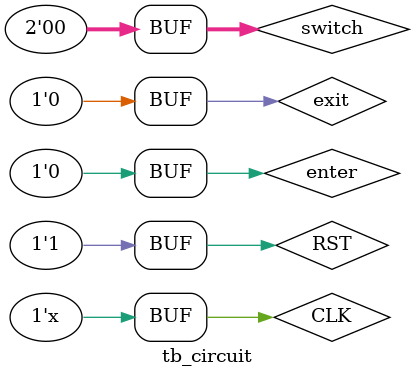
<source format=v>
module tb_circuit();

    // Testbench signals
    reg enter, CLK, exit, RST;
    reg [1:0] switch;
    wire full, door_open;
    wire [2:0] capacity;
    wire [1:0] L;
    wire [3:0] F, E;
    wire [63:0] spot0_time, spot1_time, spot2_time, spot3_time;

    // Instantiate the circuit
    circuit uut (
        .enter(enter),
        .exit(exit),        // Fixed to 0 (ignored)
        .switch(switch),  // Fixed to 00 (ignored)
        .CLK(CLK),
        .RST(RST),
        .full(full),
        .door_open(door_open),
        .capacity(capacity),
        .L(L),
        .F(F),
        .E(E),
        .spot0_time(spot0_time),
        .spot1_time(spot1_time),
        .spot2_time(spot2_time),
        .spot3_time(spot3_time)
    );

    // Clock generation
    always begin
        #5 CLK = ~CLK; // 5 ns clock period
    end

    // Test sequence
    initial begin
        // VCD file generation
        $dumpfile("circuit.vcd"); // Name of the VCD file
        $dumpvars(0, tb_circuit);    // Dump all variables in the scope of tb_circuit

        // Initialize signals
        CLK = 0;
        RST = 1; // Set RST to 1 (active high reset)
        enter = 0;
        exit = 0;
        switch = 2'b00;

        // Monitor outputs
        $monitor("Time=%0t | enter=%b | exit=%b | full=%b | door_open=%b | switch=%b | capacity=%d | L=%b | F=%b | E=%b | t0=%d | t1=%d | t2=%d | t3=%d", 
                 $time, enter, exit, full, door_open, switch, capacity, L, F, E, spot0_time, spot1_time, spot2_time, spot3_time);

        // Test sequence focusing on 'enter'
        $display("Step-by-Step Testing with 'enter' Signal");
        
        // Apply reset
        #10 RST = 0; // Deassert reset
        #10 RST = 1; // Assert reset

        // Step-by-step changes in 'enter' signal
        #10 enter = 1; // First entry
        #10 enter = 0; // Pause entry

        #1000000 enter = 1;
        #10 enter = 0;
        // #10 enter = 1; // Second entry
        // #10 enter = 0; // Pause entry
        // #10 enter = 1; // Third entry
        // #10 enter = 0; // Pause entry
        // #10 enter = 1; // Fourth entry (capacity should now be full if applicable)
        // #10 enter = 0; // Pause entry

        // // Test scenario: Parking is full, no effect from 'enter'
        // #10 enter = 1;
        // #10 enter = 0;

        // switch = 2'b01;
        // #10 exit = 1;
        // #10 exit = 0;
        // switch = 2'b10;
        // #10 exit = 1;
        // #10 exit = 0;

        // #10 enter = 1;
        // #10 enter = 0;

        // #10 RST = 0;
        // #10 RST = 1;

        // Conclude test
        // $display("End of Step-by-Step Test");
        // $finish;
    end

endmodule

</source>
